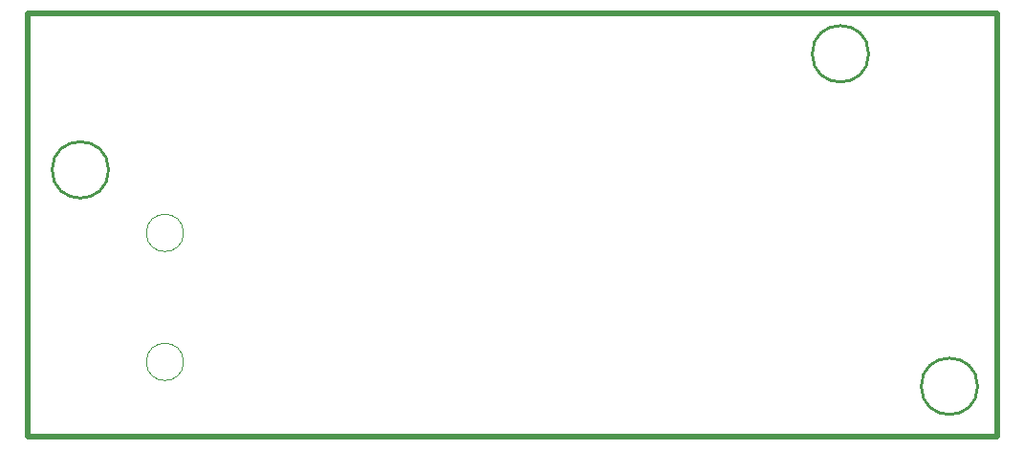
<source format=gko>
%FSLAX25Y25*%
%MOIN*%
G70*
G01*
G75*
G04 Layer_Color=16711935*
%ADD10C,0.02000*%
%ADD11R,0.04331X0.03937*%
%ADD12R,0.05118X0.05906*%
%ADD13R,0.09843X0.07087*%
%ADD14R,0.03937X0.04331*%
%ADD15R,0.07087X0.09843*%
%ADD16R,0.14173X0.09843*%
%ADD17R,0.06000X0.06000*%
%ADD18O,0.08661X0.02362*%
%ADD19R,0.06102X0.13583*%
%ADD20R,0.06102X0.04331*%
%ADD21R,0.06102X0.04331*%
%ADD22O,0.08268X0.01181*%
%ADD23O,0.01181X0.08268*%
%ADD24R,0.01496X0.08661*%
%ADD25O,0.17323X0.05906*%
%ADD26C,0.01500*%
%ADD27C,0.01000*%
%ADD28C,0.00800*%
%ADD29C,0.05000*%
%ADD30C,0.05118*%
%ADD31R,0.05906X0.05906*%
%ADD32C,0.05906*%
%ADD33O,0.17716X0.07874*%
%ADD34O,0.07874X0.17716*%
%ADD35C,0.05906*%
%ADD36C,0.06000*%
%ADD37C,0.06693*%
%ADD38R,0.05906X0.05906*%
%ADD39C,0.05000*%
%ADD40C,0.04000*%
%ADD41C,0.00787*%
%ADD42C,0.00984*%
%ADD43C,0.02362*%
%ADD44C,0.00600*%
%ADD45C,0.01200*%
%ADD46R,0.05131X0.04737*%
%ADD47R,0.05918X0.06706*%
%ADD48R,0.10642X0.07887*%
%ADD49R,0.04737X0.05131*%
%ADD50R,0.07887X0.10642*%
%ADD51R,0.14973X0.10642*%
%ADD52R,0.06800X0.06800*%
%ADD53O,0.09461X0.03162*%
%ADD54R,0.06902X0.14383*%
%ADD55R,0.06902X0.05131*%
%ADD56R,0.06902X0.05131*%
%ADD57O,0.09068X0.01981*%
%ADD58O,0.01981X0.09068*%
%ADD59R,0.02296X0.09461*%
%ADD60O,0.18123X0.06706*%
%ADD61C,0.05918*%
%ADD62R,0.06706X0.06706*%
%ADD63C,0.06706*%
%ADD64O,0.18517X0.08674*%
%ADD65O,0.08674X0.18517*%
%ADD66C,0.06706*%
%ADD67C,0.06800*%
%ADD68C,0.07493*%
%ADD69R,0.06706X0.06706*%
%ADD70C,0.00394*%
%ADD71C,0.00200*%
D10*
X111500Y500000D02*
X449500D01*
X111500Y367000D02*
Y500000D01*
Y352500D02*
Y367000D01*
Y352500D02*
X449500D01*
Y500000D01*
D27*
X442842Y370000D02*
G03*
X442842Y370000I-9843J0D01*
G01*
X404843Y486000D02*
G03*
X404843Y486000I-9843J0D01*
G01*
X139842Y445500D02*
G03*
X139842Y445500I-9843J0D01*
G01*
D71*
X165996Y423504D02*
G03*
X165996Y423504I-6496J0D01*
G01*
Y378504D02*
G03*
X165996Y378504I-6496J0D01*
G01*
M02*

</source>
